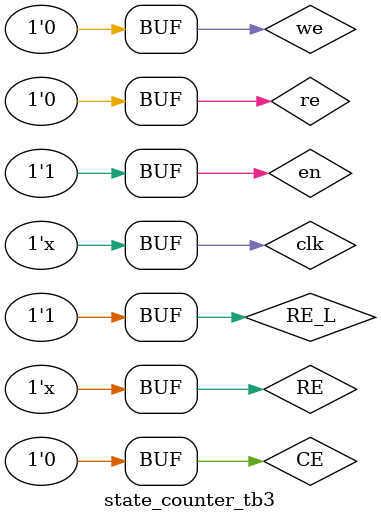
<source format=v>
`timescale 1ns/1ns
module state_counter_tb3;
 reg clk;
 reg en;
 reg RE;
 reg CE;
 reg we;
 reg re;
 reg forming;
 reg RE_L;
 reg WE_L;
 wire cache_count_flag;
 wire forming_count_flag;
 wire write_count_flag;
 wire[4:0] cache_add;
 wire[4:0] register_add;
 state_counter U1(clk,en,RE,CE,we,re,forming,RE_L,WE_L,cache_count_flag,forming_count_flag,write_count_flag,cache_add,register_add);
 always
  #5 clk=~clk;
 initial
  begin
   clk=1;
   en=0;
   we=0;
   re=0;
   CE=1;
   RE=1;
   RE_L=1;
   #10 en=1;
//       forming=1;
	   CE=0;
          
  end
  always
  #10 RE=~RE;
endmodule
</source>
